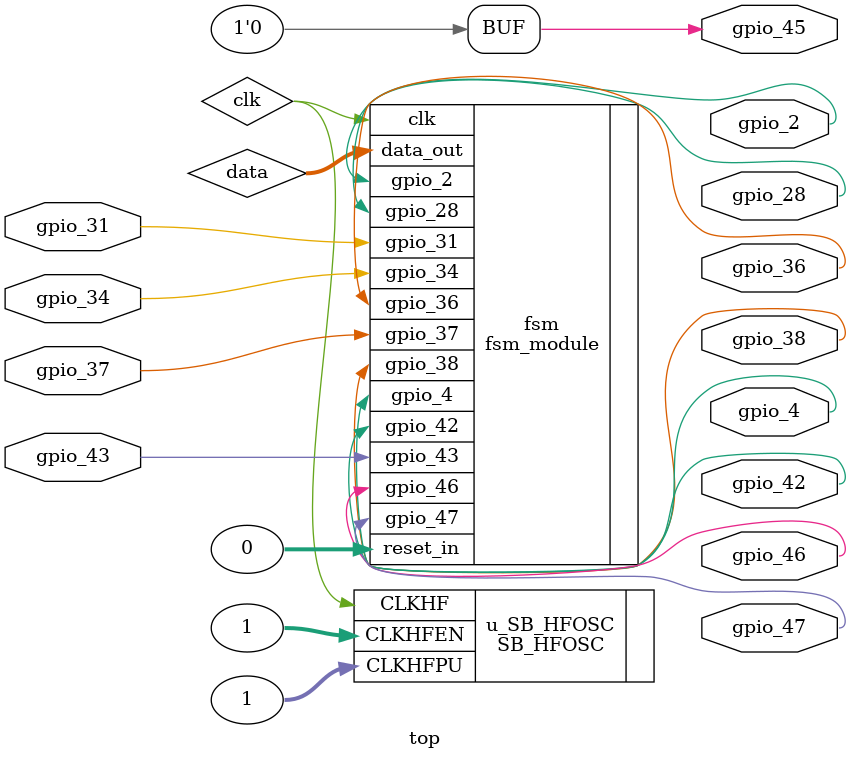
<source format=v>
module top (
    // Pines de display
    output wire gpio_2,
    output wire gpio_4,
    output wire gpio_45,
    output wire gpio_46,
    output wire gpio_47,

    // Pines de teclado
    output wire gpio_28,
    output wire gpio_38,
    output wire gpio_42,
    output wire gpio_36,
    input wire gpio_43,
    input wire gpio_34,
    input wire gpio_37,
    input wire gpio_31
);
    reg rstn;
    wire clk;

    // Internal oscilator
    SB_HFOSC u_SB_HFOSC(.CLKHFPU(1), .CLKHFEN(1), .CLKHF(clk));
    
    wire [15:0] data;
    assign gpio_45 = 1'b0;
    fsm_module fsm(.clk(clk), .reset_in(0), .data_out(data),
    .gpio_2(gpio_2),
    .gpio_4(gpio_4), 
    .gpio_46(gpio_46), 
    .gpio_47(gpio_47), 
    .gpio_28(gpio_28),
    .gpio_38(gpio_38),
    .gpio_42(gpio_42),
    .gpio_36(gpio_36),
    .gpio_43(gpio_43),
    .gpio_34(gpio_34),
    .gpio_37(gpio_37),
    .gpio_31(gpio_31)
    );

endmodule
</source>
